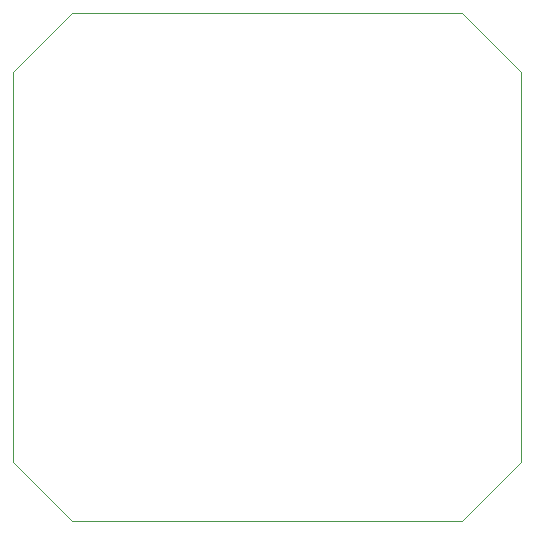
<source format=gm1>
G04 #@! TF.GenerationSoftware,KiCad,Pcbnew,9.0.1*
G04 #@! TF.CreationDate,2025-05-14T09:26:50-05:00*
G04 #@! TF.ProjectId,Incipit11,496e6369-7069-4743-9131-2e6b69636164,A*
G04 #@! TF.SameCoordinates,Original*
G04 #@! TF.FileFunction,Profile,NP*
%FSLAX46Y46*%
G04 Gerber Fmt 4.6, Leading zero omitted, Abs format (unit mm)*
G04 Created by KiCad (PCBNEW 9.0.1) date 2025-05-14 09:26:50*
%MOMM*%
%LPD*%
G01*
G04 APERTURE LIST*
G04 #@! TA.AperFunction,Profile*
%ADD10C,0.050000*%
G04 #@! TD*
G04 APERTURE END LIST*
D10*
X162250000Y-68300000D02*
X167250000Y-73300000D01*
X161750000Y-111300000D02*
X129750000Y-111300000D01*
X129750000Y-111300000D02*
X129250000Y-111300000D01*
X167250000Y-106300000D02*
X167250000Y-73300000D01*
X124250000Y-106300000D02*
X124250000Y-73300000D01*
X167250000Y-106300000D02*
X162250000Y-111300000D01*
X129250000Y-68300000D02*
X124250000Y-73300000D01*
X161750000Y-111300000D02*
X162250000Y-111300000D01*
X162250000Y-68300000D02*
X129250000Y-68300000D01*
X124250000Y-106300000D02*
X129250000Y-111300000D01*
M02*

</source>
